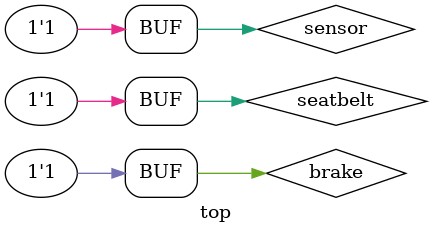
<source format=v>
module airbag_control(sensor,seatbelt,brake,airbag);
input sensor,seatbelt,brake;
output airbag;
assign airbag=sensor & seatbelt & brake;
endmodule


module top;
reg sensor,seatbelt,brake;
wire airbag;
airbag_control dut(sensor,seatbelt,brake,airbag);
initial begin
	sensor=0;seatbelt=0;brake=0;
	#10;
	sensor=0;seatbelt=0;brake=1;
	#10;
	sensor=0;seatbelt=1;brake=0;
	#10;
	sensor=0;seatbelt=1;brake=1;
	#10;
	sensor=1;seatbelt=0;brake=0;
	#10;
	sensor=1;seatbelt=0;brake=1;
	#10;
	sensor=1;seatbelt=1;brake=0;
	#10;
	sensor=1;seatbelt=1;brake=1;
	#10;
end
endmodule



</source>
